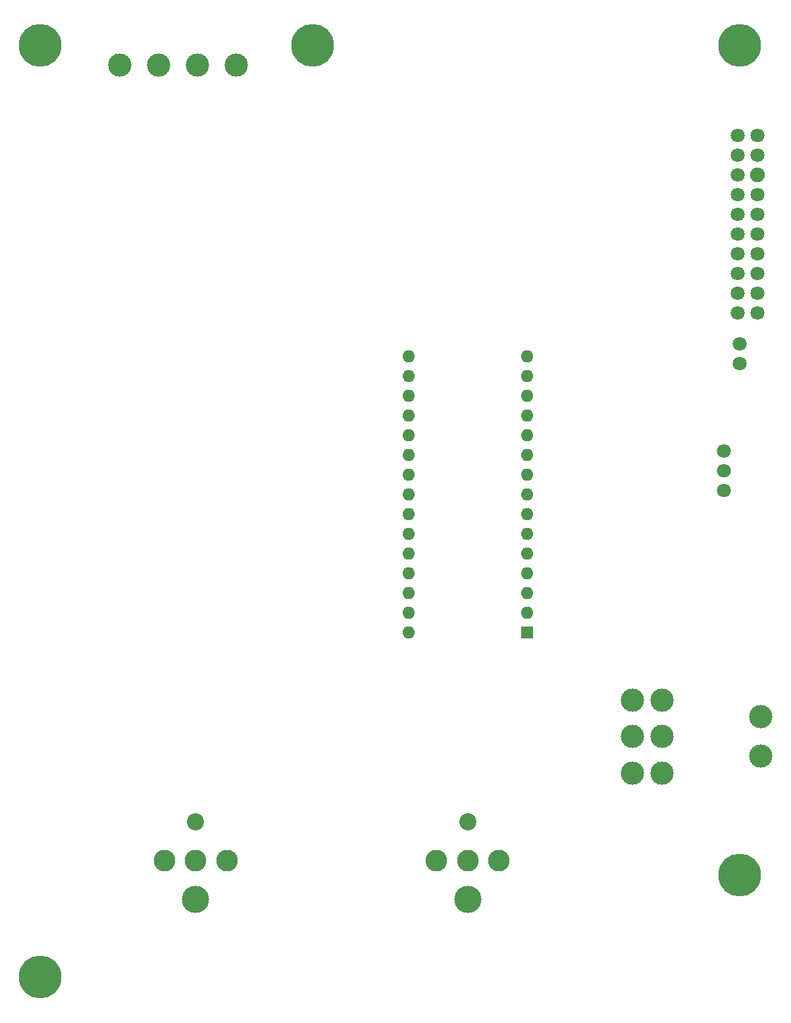
<source format=gbr>
%TF.GenerationSoftware,KiCad,Pcbnew,(6.0.4-0)*%
%TF.CreationDate,2023-05-19T08:40:51+01:00*%
%TF.ProjectId,fan-controller-pcb,66616e2d-636f-46e7-9472-6f6c6c65722d,rev?*%
%TF.SameCoordinates,Original*%
%TF.FileFunction,Soldermask,Bot*%
%TF.FilePolarity,Negative*%
%FSLAX46Y46*%
G04 Gerber Fmt 4.6, Leading zero omitted, Abs format (unit mm)*
G04 Created by KiCad (PCBNEW (6.0.4-0)) date 2023-05-19 08:40:51*
%MOMM*%
%LPD*%
G01*
G04 APERTURE LIST*
%ADD10C,1.800000*%
%ADD11C,3.600000*%
%ADD12C,5.500000*%
%ADD13C,3.500000*%
%ADD14C,2.200000*%
%ADD15C,2.800000*%
%ADD16C,3.000000*%
%ADD17R,1.600000X1.600000*%
%ADD18O,1.600000X1.600000*%
%ADD19C,1.900000*%
G04 APERTURE END LIST*
D10*
%TO.C,D1*%
X155000000Y-71000000D03*
X155000000Y-68460000D03*
%TD*%
D11*
%TO.C,H5*%
X65000000Y-150000000D03*
D12*
X65000000Y-150000000D03*
%TD*%
D11*
%TO.C,H4*%
X155000000Y-136800000D03*
D12*
X155000000Y-136800000D03*
%TD*%
D13*
%TO.C,J2*%
X120000000Y-140000000D03*
D14*
X120000000Y-130000000D03*
D15*
X124000000Y-135000000D03*
X116000000Y-135000000D03*
X120000000Y-135000000D03*
%TD*%
D11*
%TO.C,H2*%
X100000000Y-30000000D03*
D12*
X100000000Y-30000000D03*
%TD*%
D16*
%TO.C,SW1*%
X145000000Y-114300000D03*
X145000000Y-123700000D03*
X145000000Y-119000000D03*
X141190000Y-114300000D03*
X141190000Y-119000000D03*
X141190000Y-123700000D03*
X157700000Y-116460000D03*
X157700000Y-121540000D03*
%TD*%
D17*
%TO.C,A1*%
X127620000Y-105620000D03*
D18*
X127620000Y-103080000D03*
X127620000Y-100540000D03*
X127620000Y-98000000D03*
X127620000Y-95460000D03*
X127620000Y-92920000D03*
X127620000Y-90380000D03*
X127620000Y-87840000D03*
X127620000Y-85300000D03*
X127620000Y-82760000D03*
X127620000Y-80220000D03*
X127620000Y-77680000D03*
X127620000Y-75140000D03*
X127620000Y-72600000D03*
X127620000Y-70060000D03*
X112380000Y-70060000D03*
X112380000Y-72600000D03*
X112380000Y-75140000D03*
X112380000Y-77680000D03*
X112380000Y-80220000D03*
X112380000Y-82760000D03*
X112380000Y-85300000D03*
X112380000Y-87840000D03*
X112380000Y-90380000D03*
X112380000Y-92920000D03*
X112380000Y-95460000D03*
X112380000Y-98000000D03*
X112380000Y-100540000D03*
X112380000Y-103080000D03*
X112380000Y-105620000D03*
%TD*%
D12*
%TO.C,H1*%
X65000000Y-30000000D03*
D11*
X65000000Y-30000000D03*
%TD*%
D16*
%TO.C,J1*%
X90260000Y-32500000D03*
X85260000Y-32500000D03*
X80260000Y-32500000D03*
X75260000Y-32500000D03*
%TD*%
D12*
%TO.C,H3*%
X155000000Y-30000000D03*
D11*
X155000000Y-30000000D03*
%TD*%
D10*
%TO.C,RV1*%
X152925000Y-87275000D03*
X152925000Y-84735000D03*
X152925000Y-82195000D03*
%TD*%
D13*
%TO.C,J3*%
X85000000Y-140000000D03*
D15*
X81000000Y-135000000D03*
D14*
X85000000Y-130000000D03*
D15*
X89000000Y-135000000D03*
X85000000Y-135000000D03*
%TD*%
D10*
%TO.C,SW2*%
X154730000Y-64430000D03*
X154730000Y-61890000D03*
X154730000Y-59350000D03*
X154730000Y-56810000D03*
X154730000Y-54270000D03*
X154730000Y-51730000D03*
X154730000Y-49190000D03*
X154730000Y-46650000D03*
X154730000Y-44110000D03*
X154730000Y-41570000D03*
X157270000Y-64430000D03*
X157270000Y-61890000D03*
X157270000Y-59350000D03*
X157270000Y-56810000D03*
X157270000Y-54270000D03*
X157270000Y-51730000D03*
X157270000Y-49190000D03*
D19*
X157270000Y-46650000D03*
D10*
X157270000Y-44110000D03*
X157270000Y-41570000D03*
%TD*%
M02*

</source>
